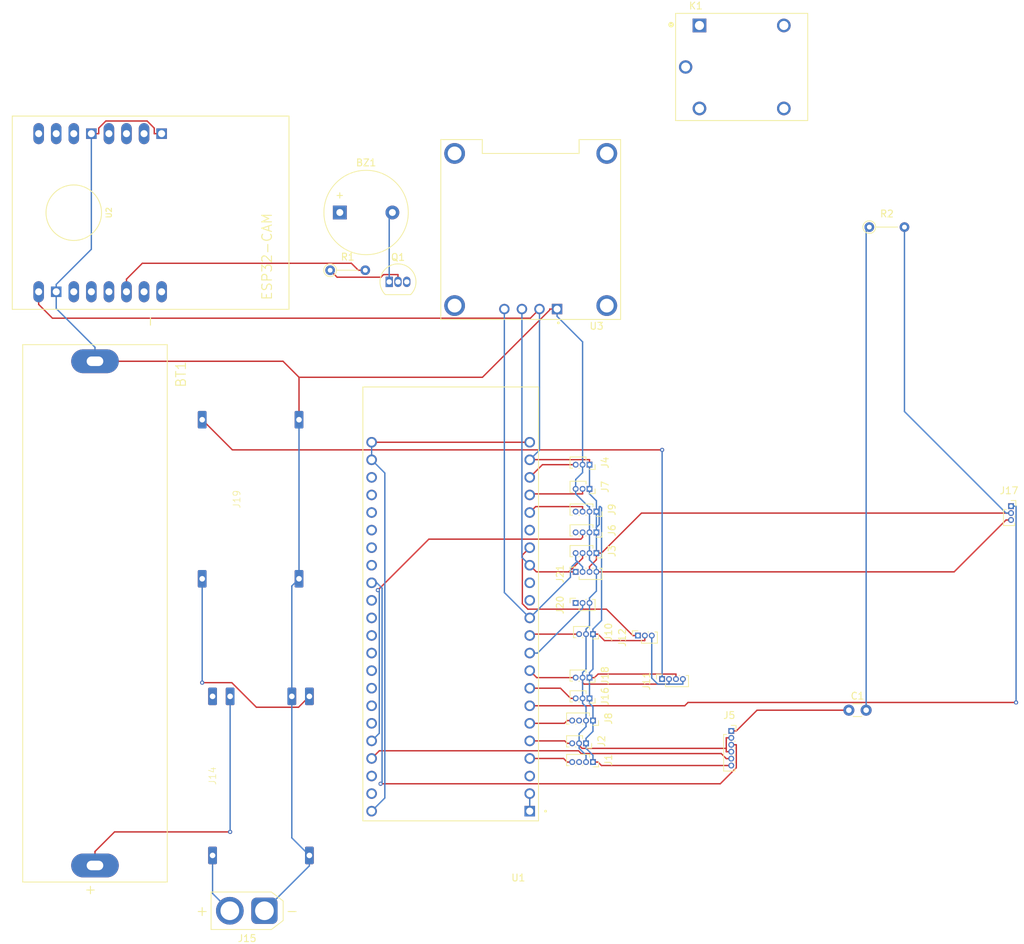
<source format=kicad_pcb>
(kicad_pcb (version 20241229) (generator "pcbnew") (generator_version "9.0")
  (layers (0 "F.Cu" signal) (2 "B.Cu" signal) (13 "F.Paste" user) (15 "B.Paste" user) (5 "F.SilkS" user "F.Silkscreen") (7 "B.SilkS" user "B.Silkscreen") (1 "F.Mask" user) (3 "B.Mask" user) (25 "Edge.Cuts" user))
  (net 0 "")
  (net 2 "Net-(U1-3V3-PadJ1_1)")
  (net 13 "Net-(U1-GND-PadJ1_22)")
  (net 33 "Net-(BZ1--)")
  (net 35 "Net-(Q1-B)")
  (net 36 "Net-(U2-GPIO14)")
  (net 41 "GND")
  (net 42 "Net-(J14-Pin_5)")
  (net 43 "Net-(J14-Pin_1)")
  (net 45 "Net-(J14-Pin_3)")
  (net 51 "MQA")
  (net 52 "5V")
  (net 53 "SA")
  (net 54 "SCLB")
  (net 55 "SDAB")
  (net 56 "IA")
  (net 57 "DD")
  (net 58 "SMA")
  (net 59 "RD")
  (net 60 "Net-(J5-Pin_1)")
  (net 61 "DS1")
  (net 62 "DS2")
  (net 63 "HD")
  (net 64 "WPD")
  (net 65 "Net-(J11-Pin_1)")
  (net 66 "SS1")
  (net 67 "LDR1")
  (net 68 "SS2")
  (net 69 "LDR2")
  (net 70 "csa")
  (net 72 "Net-(C1-Pad2)")
  (footprint "Connector_PinSocket_1.00mm:PinSocket_1x03_P1.00mm_Vertical" (layer "F.Cu") (at 119 115.5 90)
    (property "Reference" "J20" (at -0.29 -2.25 90) (layer "F.SilkS"))
    (property "Value" "Current Sensor 2")
    (pad "1" thru_hole rect (at 0 0 90) (size 0.85 0.85) (drill 0.5) (layers "*.Cu" "*.Mask"))
    (pad "2" thru_hole oval (at 0 1 90) (size 0.85 0.85) (drill 0.5) (layers "*.Cu" "*.Mask") (net 70 "csa"))
    (pad "3" thru_hole oval (at 0 2 90) (size 0.85 0.85) (drill 0.5) (layers "*.Cu" "*.Mask") (net 41 "GND"))
  )
  (footprint "Connector_PinSocket_1.00mm:PinSocket_1x03_P1.00mm_Vertical" (layer "F.Cu") (at 128 120.21 90)
    (property "Reference" "J12" (at -0.29 -2.25 90) (layer "F.SilkS"))
    (property "Value" "Servo")
    (pad "1" thru_hole rect (at 0 0 90) (size 0.85 0.85) (drill 0.5) (layers "*.Cu" "*.Mask") (net 66 "SS1"))
    (pad "2" thru_hole oval (at 0 1 90) (size 0.85 0.85) (drill 0.5) (layers "*.Cu" "*.Mask") (net 52 "5V"))
    (pad "3" thru_hole oval (at 0 2 90) (size 0.85 0.85) (drill 0.5) (layers "*.Cu" "*.Mask") (net 41 "GND"))
  )
  (footprint "Connector_PinSocket_1.00mm:PinSocket_1x04_P1.00mm_Vertical" (layer "F.Cu") (at 121.5 132.5 -90)
    (property "Reference" "J8" (at -0.29 -2.25 90) (layer "F.SilkS"))
    (property "Value" "Soil Moisture Sensor.")
    (pad "1" thru_hole rect (at 0 0 270) (size 0.85 0.85) (drill 0.5) (layers "*.Cu" "*.Mask") (net 52 "5V"))
    (pad "2" thru_hole oval (at 0 1 270) (size 0.85 0.85) (drill 0.5) (layers "*.Cu" "*.Mask") (net 41 "GND"))
    (pad "3" thru_hole oval (at 0 2 270) (size 0.85 0.85) (drill 0.5) (layers "*.Cu" "*.Mask"))
    (pad "4" thru_hole oval (at 0 3 270) (size 0.85 0.85) (drill 0.5) (layers "*.Cu" "*.Mask") (net 58 "SMA"))
  )
  (footprint "BH-18650-PC:TP4056" (layer "F.Cu") (at 73.5 140.5 90)
    (property "Reference" "J14" (at 0 -7 90) (layer "F.SilkS") (effects (font (thickness 0.1))))
    (property "Value" "TP4056")
    (pad "1" thru_hole roundrect (at -11.5 -7 90) (size 2.54 1.27) (drill 0.8) (layers "*.Cu" "*.Mask") (roundrect_rratio 0.15) (net 43 "Net-(J14-Pin_1)"))
    (pad "2" thru_hole roundrect (at -11.5 7 90) (size 2.54 1.27) (drill 0.8) (layers "*.Cu" "*.Mask") (roundrect_rratio 0.15) (net 41 "GND"))
    (pad "3" thru_hole roundrect (at 11.5 7 90) (size 2.54 1.27) (drill 0.8) (layers "*.Cu" "*.Mask") (roundrect_rratio 0.15) (net 45 "Net-(J14-Pin_3)"))
    (pad "4" thru_hole roundrect (at 11.5 -7 90) (size 2.54 1.27) (drill 0.8) (layers "*.Cu" "*.Mask") (roundrect_rratio 0.15))
    (pad "5" thru_hole roundrect (at 11.5 -4.46 90) (size 2.54 1.27) (drill 0.8) (layers "*.Cu" "*.Mask") (roundrect_rratio 0.15) (net 42 "Net-(J14-Pin_5)"))
    (pad "6" thru_hole roundrect (at 11.5 4.46 90) (size 2.54 1.27) (drill 0.8) (layers "*.Cu" "*.Mask") (roundrect_rratio 0.15) (net 41 "GND"))
  )
  (footprint "Connector_PinSocket_1.00mm:PinSocket_1x04_P1.00mm_Vertical" (layer "F.Cu") (at 122 102.29 -90)
    (property "Reference" "J9" (at -0.29 -2.25 90) (layer "F.SilkS"))
    (property "Value" "Rain Sensor")
    (pad "1" thru_hole rect (at 0 0 270) (size 0.85 0.85) (drill 0.5) (layers "*.Cu" "*.Mask") (net 52 "5V"))
    (pad "2" thru_hole oval (at 0 1 270) (size 0.85 0.85) (drill 0.5) (layers "*.Cu" "*.Mask") (net 41 "GND"))
    (pad "3" thru_hole oval (at 0 2 270) (size 0.85 0.85) (drill 0.5) (layers "*.Cu" "*.Mask") (net 59 "RD"))
    (pad "4" thru_hole oval (at 0 3 270) (size 0.85 0.85) (drill 0.5) (layers "*.Cu" "*.Mask"))
  )
  (footprint "Resistor_THT:R_Axial_DIN0204_L3.6mm_D1.6mm_P5.08mm_Vertical" (layer "F.Cu") (at 83.5 67.39)
    (property "Reference" "R1" (at 2.54 -1.92 0) (layer "F.SilkS"))
    (property "Value" "2k2")
    (pad "1" thru_hole circle (at 0 0) (size 1.4 1.4) (drill 0.7) (layers "*.Cu" "*.Mask") (net 35 "Net-(Q1-B)"))
    (pad "2" thru_hole oval (at 5.08 0) (size 1.4 1.4) (drill 0.7) (layers "*.Cu" "*.Mask") (net 36 "Net-(U2-GPIO14)"))
  )
  (footprint "Resistor_THT:R_Axial_DIN0204_L3.6mm_D1.6mm_P5.08mm_Vertical" (layer "F.Cu") (at 161.46 61.15)
    (property "Reference" "R2" (at 2.54 -1.92 0) (layer "F.SilkS"))
    (property "Value" "150")
    (pad "1" thru_hole circle (at 0 0) (size 1.4 1.4) (drill 0.7) (layers "*.Cu" "*.Mask") (net 72 "Net-(C1-Pad2)"))
    (pad "2" thru_hole oval (at 5.08 0) (size 1.4 1.4) (drill 0.7) (layers "*.Cu" "*.Mask") (net 52 "5V"))
  )
  (footprint "Buzzer_Beeper:Buzzer_12x9.5RM7.6" (layer "F.Cu") (at 84.9 59.04)
    (property "Reference" "BZ1" (at 3.8 -7.2 0) (layer "F.SilkS"))
    (property "Value" "Buzzer")
    (fp_text user "+" (at -0.01 -2.54 0) (layer "F.SilkS"))
    (pad "1" thru_hole rect (at 0 0) (size 2 2) (drill 1) (layers "*.Cu" "*.Mask"))
    (pad "2" thru_hole circle (at 7.6 0) (size 2 2) (drill 1) (layers "*.Cu" "*.Mask") (net 33 "Net-(BZ1--)"))
  )
  (footprint "ESP32-S3-DEVKITC-1-N8R2:XCVR_ESP32-S3-DEVKITC-1-N8R2" (layer "F.Cu") (at 100.93 115.63 180)
    (property "Reference" "U1" (at -9.775 -39.605 0) (layer "F.SilkS"))
    (property "Value" "ESP32-S3-DEVKITC-1-N8R2")
    (pad "J1_1" thru_hole rect (at -11.43 -29.97 180) (size 1.53 1.53) (drill 1.02) (layers "*.Cu" "*.Mask") (net 2 "Net-(U1-3V3-PadJ1_1)"))
    (pad "J1_2" thru_hole circle (at -11.43 -27.43 180) (size 1.53 1.53) (drill 1.02) (layers "*.Cu" "*.Mask") (net 2 "Net-(U1-3V3-PadJ1_1)"))
    (pad "J1_3" thru_hole circle (at -11.43 -24.89 180) (size 1.53 1.53) (drill 1.02) (layers "*.Cu" "*.Mask"))
    (pad "J1_4" thru_hole circle (at -11.43 -22.35 180) (size 1.53 1.53) (drill 1.02) (layers "*.Cu" "*.Mask") (net 51 "MQA"))
    (pad "J1_5" thru_hole circle (at -11.43 -19.81 180) (size 1.53 1.53) (drill 1.02) (layers "*.Cu" "*.Mask") (net 53 "SA"))
    (pad "J1_6" thru_hole circle (at -11.43 -17.27 180) (size 1.53 1.53) (drill 1.02) (layers "*.Cu" "*.Mask") (net 58 "SMA"))
    (pad "J1_7" thru_hole circle (at -11.43 -14.73 180) (size 1.53 1.53) (drill 1.02) (layers "*.Cu" "*.Mask") (net 68 "SS2"))
    (pad "J1_8" thru_hole circle (at -11.43 -12.19 180) (size 1.53 1.53) (drill 1.02) (layers "*.Cu" "*.Mask") (net 67 "LDR1"))
    (pad "J1_9" thru_hole circle (at -11.43 -9.65 180) (size 1.53 1.53) (drill 1.02) (layers "*.Cu" "*.Mask") (net 69 "LDR2"))
    (pad "J1_10" thru_hole circle (at -11.43 -7.11 180) (size 1.53 1.53) (drill 1.02) (layers "*.Cu" "*.Mask") (net 70 "csa"))
    (pad "J1_11" thru_hole circle (at -11.43 -4.57 180) (size 1.53 1.53) (drill 1.02) (layers "*.Cu" "*.Mask") (net 64 "WPD"))
    (pad "J1_12" thru_hole circle (at -11.43 -2.03 180) (size 1.53 1.53) (drill 1.02) (layers "*.Cu" "*.Mask") (net 55 "SDAB"))
    (pad "J1_13" thru_hole circle (at -11.43 0.51 180) (size 1.53 1.53) (drill 1.02) (layers "*.Cu" "*.Mask"))
    (pad "J1_14" thru_hole circle (at -11.43 3.05 180) (size 1.53 1.53) (drill 1.02) (layers "*.Cu" "*.Mask"))
    (pad "J1_15" thru_hole circle (at -11.43 5.59 180) (size 1.53 1.53) (drill 1.02) (layers "*.Cu" "*.Mask") (net 54 "SCLB"))
    (pad "J1_16" thru_hole circle (at -11.43 8.13 180) (size 1.53 1.53) (drill 1.02) (layers "*.Cu" "*.Mask") (net 66 "SS1"))
    (pad "J1_17" thru_hole circle (at -11.43 10.67 180) (size 1.53 1.53) (drill 1.02) (layers "*.Cu" "*.Mask"))
    (pad "J1_18" thru_hole circle (at -11.43 13.21 180) (size 1.53 1.53) (drill 1.02) (layers "*.Cu" "*.Mask") (net 59 "RD"))
    (pad "J1_19" thru_hole circle (at -11.43 15.75 180) (size 1.53 1.53) (drill 1.02) (layers "*.Cu" "*.Mask") (net 57 "DD"))
    (pad "J1_20" thru_hole circle (at -11.43 18.29 180) (size 1.53 1.53) (drill 1.02) (layers "*.Cu" "*.Mask") (net 56 "IA"))
    (pad "J1_21" thru_hole circle (at -11.43 20.83 180) (size 1.53 1.53) (drill 1.02) (layers "*.Cu" "*.Mask") (net 52 "5V"))
    (pad "J1_22" thru_hole circle (at -11.43 23.37 180) (size 1.53 1.53) (drill 1.02) (layers "*.Cu" "*.Mask") (net 13 "Net-(U1-GND-PadJ1_22)"))
    (pad "J3_1" thru_hole circle (at 11.43 -29.97 180) (size 1.53 1.53) (drill 1.02) (layers "*.Cu" "*.Mask") (net 13 "Net-(U1-GND-PadJ1_22)"))
    (pad "J3_2" thru_hole circle (at 11.43 -27.43 180) (size 1.53 1.53) (drill 1.02) (layers "*.Cu" "*.Mask"))
    (pad "J3_3" thru_hole circle (at 11.43 -24.89 180) (size 1.53 1.53) (drill 1.02) (layers "*.Cu" "*.Mask"))
    (pad "J3_4" thru_hole circle (at 11.43 -22.35 180) (size 1.53 1.53) (drill 1.02) (layers "*.Cu" "*.Mask") (net 61 "DS1"))
    (pad "J3_5" thru_hole circle (at 11.43 -19.81 180) (size 1.53 1.53) (drill 1.02) (layers "*.Cu" "*.Mask") (net 63 "HD"))
    (pad "J3_6" thru_hole circle (at 11.43 -17.27 180) (size 1.53 1.53) (drill 1.02) (layers "*.Cu" "*.Mask"))
    (pad "J3_7" thru_hole circle (at 11.43 -14.73 180) (size 1.53 1.53) (drill 1.02) (layers "*.Cu" "*.Mask"))
    (pad "J3_8" thru_hole circle (at 11.43 -12.19 180) (size 1.53 1.53) (drill 1.02) (layers "*.Cu" "*.Mask"))
    (pad "J3_9" thru_hole circle (at 11.43 -9.65 180) (size 1.53 1.53) (drill 1.02) (layers "*.Cu" "*.Mask"))
    (pad "J3_10" thru_hole circle (at 11.43 -7.11 180) (size 1.53 1.53) (drill 1.02) (layers "*.Cu" "*.Mask"))
    (pad "J3_11" thru_hole circle (at 11.43 -4.57 180) (size 1.53 1.53) (drill 1.02) (layers "*.Cu" "*.Mask"))
    (pad "J3_12" thru_hole circle (at 11.43 -2.03 180) (size 1.53 1.53) (drill 1.02) (layers "*.Cu" "*.Mask"))
    (pad "J3_13" thru_hole circle (at 11.43 0.51 180) (size 1.53 1.53) (drill 1.02) (layers "*.Cu" "*.Mask"))
    (pad "J3_14" thru_hole circle (at 11.43 3.05 180) (size 1.53 1.53) (drill 1.02) (layers "*.Cu" "*.Mask") (net 62 "DS2"))
    (pad "J3_15" thru_hole circle (at 11.43 5.59 180) (size 1.53 1.53) (drill 1.02) (layers "*.Cu" "*.Mask"))
    (pad "J3_16" thru_hole circle (at 11.43 8.13 180) (size 1.53 1.53) (drill 1.02) (layers "*.Cu" "*.Mask"))
    (pad "J3_17" thru_hole circle (at 11.43 10.67 180) (size 1.53 1.53) (drill 1.02) (layers "*.Cu" "*.Mask"))
    (pad "J3_18" thru_hole circle (at 11.43 13.21 180) (size 1.53 1.53) (drill 1.02) (layers "*.Cu" "*.Mask"))
    (pad "J3_19" thru_hole circle (at 11.43 15.75 180) (size 1.53 1.53) (drill 1.02) (layers "*.Cu" "*.Mask"))
    (pad "J3_20" thru_hole circle (at 11.43 18.29 180) (size 1.53 1.53) (drill 1.02) (layers "*.Cu" "*.Mask"))
    (pad "J3_21" thru_hole circle (at 11.43 20.83 180) (size 1.53 1.53) (drill 1.02) (layers "*.Cu" "*.Mask") (net 13 "Net-(U1-GND-PadJ1_22)"))
    (pad "J3_22" thru_hole circle (at 11.43 23.37 180) (size 1.53 1.53) (drill 1.02) (layers "*.Cu" "*.Mask") (net 13 "Net-(U1-GND-PadJ1_22)"))
  )
  (footprint "Connector_PinSocket_1.00mm:PinSocket_1x04_P1.00mm_Vertical" (layer "F.Cu") (at 122 105.29 -90)
    (property "Reference" "J6" (at -0.29 -2.25 90) (layer "F.SilkS"))
    (property "Value" "Hall Sensor")
    (pad "1" thru_hole rect (at 0 0 270) (size 0.85 0.85) (drill 0.5) (layers "*.Cu" "*.Mask") (net 52 "5V"))
    (pad "2" thru_hole oval (at 0 1 270) (size 0.85 0.85) (drill 0.5) (layers "*.Cu" "*.Mask") (net 41 "GND"))
    (pad "3" thru_hole oval (at 0 2 270) (size 0.85 0.85) (drill 0.5) (layers "*.Cu" "*.Mask") (net 63 "HD"))
    (pad "4" thru_hole oval (at 0 3 270) (size 0.85 0.85) (drill 0.5) (layers "*.Cu" "*.Mask"))
  )
  (footprint "Connector_PinSocket_1.00mm:PinSocket_1x06_P1.00mm_Vertical" (layer "F.Cu") (at 141.5 134)
    (property "Reference" "J5" (at -0.29 -2.25 0) (layer "F.SilkS"))
    (property "Value" "Dust Sensor")
    (pad "1" thru_hole rect (at 0 0) (size 0.85 0.85) (drill 0.5) (layers "*.Cu" "*.Mask") (net 60 "Net-(J5-Pin_1)"))
    (pad "2" thru_hole oval (at 0 1) (size 0.85 0.85) (drill 0.5) (layers "*.Cu" "*.Mask") (net 41 "GND"))
    (pad "3" thru_hole oval (at 0 2) (size 0.85 0.85) (drill 0.5) (layers "*.Cu" "*.Mask") (net 62 "DS2"))
    (pad "4" thru_hole oval (at 0 3) (size 0.85 0.85) (drill 0.5) (layers "*.Cu" "*.Mask") (net 41 "GND"))
    (pad "5" thru_hole oval (at 0 4) (size 0.85 0.85) (drill 0.5) (layers "*.Cu" "*.Mask") (net 61 "DS1"))
    (pad "6" thru_hole oval (at 0 5) (size 0.85 0.85) (drill 0.5) (layers "*.Cu" "*.Mask") (net 52 "5V"))
  )
  (footprint "Connector_PinSocket_1.00mm:PinSocket_1x04_P1.00mm_Vertical" (layer "F.Cu") (at 131.5 126.5 90)
    (property "Reference" "J11" (at -0.29 -2.25 90) (layer "F.SilkS"))
    (property "Value" "Current Sensor")
    (pad "1" thru_hole rect (at 0 0 90) (size 0.85 0.85) (drill 0.5) (layers "*.Cu" "*.Mask") (net 65 "Net-(J11-Pin_1)"))
    (pad "2" thru_hole oval (at 0 1 90) (size 0.85 0.85) (drill 0.5) (layers "*.Cu" "*.Mask") (net 41 "GND"))
    (pad "3" thru_hole oval (at 0 2 90) (size 0.85 0.85) (drill 0.5) (layers "*.Cu" "*.Mask") (net 52 "5V"))
    (pad "4" thru_hole oval (at 0 3 90) (size 0.85 0.85) (drill 0.5) (layers "*.Cu" "*.Mask") (net 41 "GND"))
  )
  (footprint "ESP32-CAM:ESP32-CAM" (layer "F.Cu") (at 51.515 59.07 -90)
    (property "Reference" "U2" (at 0 0 90) (layer "F.SilkS") (effects (font (size 0.787402 0.787402))))
    (property "Value" "ESP32-CAM")
    (fp_text user "ESP32-CAM" (at 6.35 -22.86 90) (layer "F.SilkS") (effects (font (size 1.4 1.4))))
    (pad "P$1" thru_hole rect (at -11.43 -7.62 270) (size 1.524 1.524) (drill 1.016) (layers "*.Cu" "*.Mask") (net 41 "GND"))
    (pad "P$2" thru_hole oval (at -11.43 -5.08 270) (size 3.048 1.524) (drill 1.016) (layers "*.Cu" "*.Mask"))
    (pad "P$3" thru_hole oval (at -11.43 -2.54 270) (size 3.048 1.524) (drill 1.016) (layers "*.Cu" "*.Mask"))
    (pad "P$4" thru_hole oval (at -11.43 0 270) (size 3.048 1.524) (drill 1.016) (layers "*.Cu" "*.Mask"))
    (pad "P$5" thru_hole rect (at -11.43 2.54 270) (size 1.524 1.524) (drill 1.016) (layers "*.Cu" "*.Mask") (net 41 "GND"))
    (pad "P$6" thru_hole oval (at -11.43 5.08 270) (size 3.048 1.524) (drill 1.016) (layers "*.Cu" "*.Mask"))
    (pad "P$7" thru_hole oval (at -11.43 7.62 270) (size 3.048 1.524) (drill 1.016) (layers "*.Cu" "*.Mask"))
    (pad "P$8" thru_hole oval (at -11.43 10.16 270) (size 3.048 1.524) (drill 1.016) (layers "*.Cu" "*.Mask"))
    (pad "P$9" thru_hole oval (at 11.43 10.16 270) (size 3.048 1.524) (drill 1.016) (layers "*.Cu" "*.Mask") (net 52 "5V"))
    (pad "P$10" thru_hole rect (at 11.43 7.62 270) (size 1.524 1.524) (drill 1.016) (layers "*.Cu" "*.Mask") (net 41 "GND"))
    (pad "P$11" thru_hole oval (at 11.43 5.08 270) (size 3.048 1.524) (drill 1.016) (layers "*.Cu" "*.Mask"))
    (pad "P$12" thru_hole oval (at 11.43 2.54 270) (size 3.048 1.524) (drill 1.016) (layers "*.Cu" "*.Mask"))
    (pad "P$13" thru_hole oval (at 11.43 0 270) (size 3.048 1.524) (drill 1.016) (layers "*.Cu" "*.Mask"))
    (pad "P$14" thru_hole oval (at 11.43 -2.54 270) (size 3.048 1.524) (drill 1.016) (layers "*.Cu" "*.Mask") (net 36 "Net-(U2-GPIO14)"))
    (pad "P$15" thru_hole oval (at 11.43 -5.08 270) (size 3.048 1.524) (drill 1.016) (layers "*.Cu" "*.Mask"))
    (pad "P$16" thru_hole oval (at 11.43 -7.62 270) (size 3.048 1.524) (drill 1.016) (layers "*.Cu" "*.Mask"))
  )
  (footprint "Connector_PinSocket_1.00mm:PinSocket_1x03_P1.00mm_Vertical" (layer "F.Cu") (at 181.95 101.5)
    (property "Reference" "J17" (at -0.29 -2.25 0) (layer "F.SilkS"))
    (property "Value" "Servo")
    (pad "1" thru_hole rect (at 0 0) (size 0.85 0.85) (drill 0.5) (layers "*.Cu" "*.Mask") (net 68 "SS2"))
    (pad "2" thru_hole oval (at 0 1) (size 0.85 0.85) (drill 0.5) (layers "*.Cu" "*.Mask") (net 52 "5V"))
    (pad "3" thru_hole oval (at 0 2) (size 0.85 0.85) (drill 0.5) (layers "*.Cu" "*.Mask") (net 41 "GND"))
  )
  (footprint "SRD-05VDC-SL-C:RELAY_SRD-05VDC-SL-C" (layer "F.Cu") (at 143 38)
    (property "Reference" "K1" (at -6.62563 -8.83584 0) (layer "F.SilkS") (effects (font (size 1.000094 1.000094))))
    (property "Value" "Relay")
    (pad "A1" thru_hole rect (at -6.1 -6) (size 1.98 1.98) (drill 1.32) (layers "*.Cu" "*.Mask"))
    (pad "A2" thru_hole circle (at -6.1 6) (size 1.98 1.98) (drill 1.32) (layers "*.Cu" "*.Mask"))
    (pad "COM" thru_hole circle (at -8.1 0) (size 1.935 1.935) (drill 1.29) (layers "*.Cu" "*.Mask"))
    (pad "NC" thru_hole circle (at 6.1 -6) (size 1.98 1.98) (drill 1.32) (layers "*.Cu" "*.Mask"))
    (pad "NO" thru_hole circle (at 6.1 6) (size 1.98 1.98) (drill 1.32) (layers "*.Cu" "*.Mask"))
  )
  (footprint "Connector_PinSocket_1.00mm:PinSocket_1x03_P1.00mm_Vertical" (layer "F.Cu") (at 121 126.29 -90)
    (property "Reference" "J18" (at -0.29 -2.25 90) (layer "F.SilkS"))
    (property "Value" "LDR")
    (pad "1" thru_hole rect (at 0 0 270) (size 0.85 0.85) (drill 0.5) (layers "*.Cu" "*.Mask") (net 52 "5V"))
    (pad "2" thru_hole oval (at 0 1 270) (size 0.85 0.85) (drill 0.5) (layers "*.Cu" "*.Mask") (net 41 "GND"))
    (pad "3" thru_hole oval (at 0 2 270) (size 0.85 0.85) (drill 0.5) (layers "*.Cu" "*.Mask") (net 69 "LDR2"))
  )
  (footprint "BH-18650-PC:Buck" (layer "F.Cu") (at 70.5 100.5 90)
    (property "Reference" "J19" (at 0 -0.5 90) (layer "F.SilkS") (effects (font (thickness 0.1))))
    (property "Value" "Buck")
    (pad "1" thru_hole roundrect (at -11.5 -5.5 90) (size 2.54 1.27) (drill 0.8) (layers "*.Cu" "*.Mask") (roundrect_rratio 0.15) (net 45 "Net-(J14-Pin_3)"))
    (pad "2" thru_hole roundrect (at -11.5 8.5 90) (size 2.54 1.27) (drill 0.8) (layers "*.Cu" "*.Mask") (roundrect_rratio 0.15) (net 41 "GND"))
    (pad "3" thru_hole roundrect (at 11.5 8.5 90) (size 2.54 1.27) (drill 0.8) (layers "*.Cu" "*.Mask") (roundrect_rratio 0.15) (net 41 "GND"))
    (pad "4" thru_hole roundrect (at 11.5 -5.5 90) (size 2.54 1.27) (drill 0.8) (layers "*.Cu" "*.Mask") (roundrect_rratio 0.15) (net 65 "Net-(J11-Pin_1)"))
  )
  (footprint "Connector_PinSocket_1.00mm:PinSocket_1x03_P1.00mm_Vertical" (layer "F.Cu") (at 120.5 135.79 -90)
    (property "Reference" "J2" (at -0.29 -2.25 90) (layer "F.SilkS"))
    (property "Value" "Sound Sensor")
    (pad "1" thru_hole rect (at 0 0 270) (size 0.85 0.85) (drill 0.5) (layers "*.Cu" "*.Mask") (net 52 "5V"))
    (pad "2" thru_hole oval (at 0 1 270) (size 0.85 0.85) (drill 0.5) (layers "*.Cu" "*.Mask") (net 41 "GND"))
    (pad "3" thru_hole oval (at 0 2 270) (size 0.85 0.85) (drill 0.5) (layers "*.Cu" "*.Mask") (net 53 "SA"))
  )
  (footprint "Connector_PinSocket_1.00mm:PinSocket_1x03_P1.00mm_Vertical" (layer "F.Cu") (at 121 99 -90)
    (property "Reference" "J7" (at -0.29 -2.25 90) (layer "F.SilkS"))
    (property "Value" "DHT11")
    (pad "1" thru_hole rect (at 0 0 270) (size 0.85 0.85) (drill 0.5) (layers "*.Cu" "*.Mask") (net 52 "5V"))
    (pad "2" thru_hole oval (at 0 1 270) (size 0.85 0.85) (drill 0.5) (layers "*.Cu" "*.Mask") (net 57 "DD"))
    (pad "3" thru_hole oval (at 0 2 270) (size 0.85 0.85) (drill 0.5) (layers "*.Cu" "*.Mask") (net 41 "GND"))
  )
  (footprint "Connector_PinSocket_1.00mm:PinSocket_1x03_P1.00mm_Vertical" (layer "F.Cu") (at 121 129.29 -90)
    (property "Reference" "J16" (at -0.29 -2.25 90) (layer "F.SilkS"))
    (property "Value" "LDR")
    (pad "1" thru_hole rect (at 0 0 270) (size 0.85 0.85) (drill 0.5) (layers "*.Cu" "*.Mask") (net 52 "5V"))
    (pad "2" thru_hole oval (at 0 1 270) (size 0.85 0.85) (drill 0.5) (layers "*.Cu" "*.Mask") (net 41 "GND"))
    (pad "3" thru_hole oval (at 0 2 270) (size 0.85 0.85) (drill 0.5) (layers "*.Cu" "*.Mask") (net 67 "LDR1"))
  )
  (footprint "BH-18650-PC:BAT_BH-18650-PC" (layer "F.Cu") (at 49.5 117 -90)
    (property "Reference" "BT1" (at -34.555 -12.429 90) (layer "F.SilkS") (effects (font (size 1.4 1.4))))
    (property "Value" "3.7 Lipo")
    (fp_text user "+" (at 40.005 0.762 90) (layer "F.SilkS") (effects (font (size 1.4 1.4))))
    (fp_text user "-" (at -42.205 -7.9125 90) (layer "F.SilkS") (effects (font (size 1.4 1.4))))
    (pad "" np_thru_hole circle (at -28.17 0 270) (size 3.2 3.2) (drill 3.2) (layers "*.Cu" "*.Mask"))
    (pad "" np_thru_hole circle (at 27.44 0 270) (size 3.2 3.2) (drill 3.2) (layers "*.Cu" "*.Mask"))
    (pad "N" thru_hole oval (at -36.45 0 270) (size 3.44 6.88) (drill oval 1.38 2.4) (layers "*.Cu" "*.Mask") (net 41 "GND"))
    (pad "P" thru_hole oval (at 36.45 0 270) (size 3.44 6.88) (drill oval 1.38 2.4) (layers "*.Cu" "*.Mask") (net 42 "Net-(J14-Pin_5)"))
  )
  (footprint "Capacitor_THT:C_Disc_D3.0mm_W1.6mm_P2.50mm" (layer "F.Cu") (at 158.5 131)
    (property "Reference" "C1" (at 1.25 -2.05 0) (layer "F.SilkS"))
    (property "Value" "C")
    (pad "1" thru_hole circle (at 0 0) (size 1.6 1.6) (drill 0.8) (layers "*.Cu" "*.Mask") (net 60 "Net-(J5-Pin_1)"))
    (pad "2" thru_hole circle (at 2.5 0) (size 1.6 1.6) (drill 0.8) (layers "*.Cu" "*.Mask") (net 72 "Net-(C1-Pad2)"))
  )
  (footprint "Connector_PinSocket_1.00mm:PinSocket_1x03_P1.00mm_Vertical" (layer "F.Cu") (at 121.5 120 -90)
    (property "Reference" "J10" (at -0.29 -2.25 90) (layer "F.SilkS"))
    (property "Value" "Water Pump")
    (pad "1" thru_hole rect (at 0 0 270) (size 0.85 0.85) (drill 0.5) (layers "*.Cu" "*.Mask") (net 52 "5V"))
    (pad "2" thru_hole oval (at 0 1 270) (size 0.85 0.85) (drill 0.5) (layers "*.Cu" "*.Mask") (net 41 "GND"))
    (pad "3" thru_hole oval (at 0 2 270) (size 0.85 0.85) (drill 0.5) (layers "*.Cu" "*.Mask") (net 64 "WPD"))
  )
  (footprint "Connector_PinSocket_1.00mm:PinSocket_1x04_P1.00mm_Vertical" (layer "F.Cu") (at 122 108.29 -90)
    (property "Reference" "J3" (at -0.29 -2.25 90) (layer "F.SilkS"))
    (property "Value" "BME280")
    (pad "1" thru_hole rect (at 0 0 270) (size 0.85 0.85) (drill 0.5) (layers "*.Cu" "*.Mask") (net 52 "5V"))
    (pad "2" thru_hole oval (at 0 1 270) (size 0.85 0.85) (drill 0.5) (layers "*.Cu" "*.Mask") (net 41 "GND"))
    (pad "3" thru_hole oval (at 0 2 270) (size 0.85 0.85) (drill 0.5) (layers "*.Cu" "*.Mask") (net 54 "SCLB"))
    (pad "4" thru_hole oval (at 0 3 270) (size 0.85 0.85) (drill 0.5) (layers "*.Cu" "*.Mask") (net 55 "SDAB"))
  )
  (footprint "Connector_PinSocket_1.00mm:PinSocket_1x04_P1.00mm_Vertical" (layer "F.Cu") (at 119 111 90)
    (property "Reference" "J21" (at -0.29 -2.25 90) (layer "F.SilkS"))
    (property "Value" "RTC")
    (pad "1" thru_hole rect (at 0 0 90) (size 0.85 0.85) (drill 0.5) (layers "*.Cu" "*.Mask") (net 54 "SCLB"))
    (pad "2" thru_hole oval (at 0 1 90) (size 0.85 0.85) (drill 0.5) (layers "*.Cu" "*.Mask") (net 55 "SDAB"))
    (pad "3" thru_hole oval (at 0 2 90) (size 0.85 0.85) (drill 0.5) (layers "*.Cu" "*.Mask") (net 52 "5V"))
    (pad "4" thru_hole oval (at 0 3 90) (size 0.85 0.85) (drill 0.5) (layers "*.Cu" "*.Mask") (net 41 "GND"))
  )
  (footprint "Package_TO_SOT_THT:TO-92_Inline" (layer "F.Cu") (at 92.04 69.07)
    (property "Reference" "Q1" (at 1.27 -3.56 0) (layer "F.SilkS"))
    (property "Value" "BC547")
    (pad "1" thru_hole rect (at 0 0) (size 1.05 1.5) (drill 0.75) (layers "*.Cu" "*.Mask") (net 33 "Net-(BZ1--)"))
    (pad "2" thru_hole oval (at 1.27 0) (size 1.05 1.5) (drill 0.75) (layers "*.Cu" "*.Mask") (net 35 "Net-(Q1-B)"))
    (pad "3" thru_hole oval (at 2.54 0) (size 1.05 1.5) (drill 0.75) (layers "*.Cu" "*.Mask"))
  )
  (footprint "DM-OLED096-636:MODULE_DM-OLED096-636" (layer "F.Cu") (at 112.5 61.5 180)
    (property "Reference" "U3" (at -9.525 -13.97 0) (layer "F.SilkS"))
    (property "Value" "DM-OLED096-636")
    (pad "1" thru_hole rect (at -3.81 -11.5 180) (size 1.508 1.508) (drill 1) (layers "*.Cu" "*.Mask") (net 41 "GND"))
    (pad "2" thru_hole circle (at -1.27 -11.5 180) (size 1.508 1.508) (drill 1) (layers "*.Cu" "*.Mask") (net 52 "5V"))
    (pad "3" thru_hole circle (at 1.27 -11.5 180) (size 1.508 1.508) (drill 1) (layers "*.Cu" "*.Mask") (net 54 "SCLB"))
    (pad "4" thru_hole circle (at 3.81 -11.5 180) (size 1.508 1.508) (drill 1) (layers "*.Cu" "*.Mask") (net 55 "SDAB"))
    (pad "S1" thru_hole circle (at -11 -11 180) (size 3 3) (drill 2) (layers "*.Cu" "*.Mask"))
    (pad "S2" thru_hole circle (at 11 -11 180) (size 3 3) (drill 2) (layers "*.Cu" "*.Mask"))
    (pad "S3" thru_hole circle (at 11 11 180) (size 3 3) (drill 2) (layers "*.Cu" "*.Mask"))
    (pad "S4" thru_hole circle (at -11 11 180) (size 3 3) (drill 2) (layers "*.Cu" "*.Mask"))
  )
  (footprint "Connector_PinSocket_1.00mm:PinSocket_1x04_P1.00mm_Vertical" (layer "F.Cu") (at 121.5 138.5 -90)
    (property "Reference" "J1" (at -0.29 -2.25 90) (layer "F.SilkS"))
    (property "Value" "MQ135")
    (pad "1" thru_hole rect (at 0 0 270) (size 0.85 0.85) (drill 0.5) (layers "*.Cu" "*.Mask") (net 52 "5V"))
    (pad "2" thru_hole oval (at 0 1 270) (size 0.85 0.85) (drill 0.5) (layers "*.Cu" "*.Mask") (net 41 "GND"))
    (pad "3" thru_hole oval (at 0 2 270) (size 0.85 0.85) (drill 0.5) (layers "*.Cu" "*.Mask"))
    (pad "4" thru_hole oval (at 0 3 270) (size 0.85 0.85) (drill 0.5) (layers "*.Cu" "*.Mask") (net 51 "MQA"))
  )
  (footprint "Connector_AMASS:AMASS_XT30U-F_1x02_P5.0mm_Vertical" (layer "F.Cu") (at 74 160 180)
    (property "Reference" "J15" (at 2.5 -4 0) (layer "F.SilkS"))
    (property "Value" "Solar cell")
    (fp_text user "-" (at -4 0 0) (layer "F.SilkS") (effects (font (size 1.5 1.5))))
    (fp_text user "+" (at 9 0 0) (layer "F.SilkS") (effects (font (size 1.5 1.5))))
    (pad "1" thru_hole roundrect (at 0 0 180) (size 3.8 3.8) (drill 2.7) (layers "*.Cu" "*.Mask") (roundrect_rratio 0.2) (net 41 "GND"))
    (pad "2" thru_hole circle (at 5 0 180) (size 4 4) (drill 2.7) (layers "*.Cu" "*.Mask") (net 43 "Net-(J14-Pin_1)"))
  )
  (footprint "Connector_PinSocket_1.00mm:PinSocket_1x03_P1.00mm_Vertical" (layer "F.Cu") (at 121 95.5 -90)
    (property "Reference" "J4" (at -0.29 -2.25 90) (layer "F.SilkS"))
    (property "Value" "IR Sensor")
    (pad "1" thru_hole rect (at 0 0 270) (size 0.85 0.85) (drill 0.5) (layers "*.Cu" "*.Mask") (net 52 "5V"))
    (pad "2" thru_hole oval (at 0 1 270) (size 0.85 0.85) (drill 0.5) (layers "*.Cu" "*.Mask") (net 41 "GND"))
    (pad "3" thru_hole oval (at 0 2 270) (size 0.85 0.85) (drill 0.5) (layers "*.Cu" "*.Mask") (net 56 "IA"))
  )
  (segment (start 112.36 143.06) (end 112.36 145.6) (width 0.2) (layer "B.Cu") (net 2))
  (segment (start 89.5 92.26) (end 112.36 92.26) (width 0.2) (layer "F.Cu") (net 13))
  (segment (start 89.5 145.6) (end 91.4095 143.6905) (width 0.2) (layer "B.Cu") (net 13))
  (segment (start 89.5 92.26) (end 89.5 94.8) (width 0.2) (layer "B.Cu") (net 13))
  (segment (start 91.4095 143.6905) (end 91.4095 96.7095) (width 0.2) (layer "B.Cu") (net 13))
  (segment (start 91.4095 96.7095) (end 89.5 94.8) (width 0.2) (layer "B.Cu") (net 13))
  (segment (start 92.04 59.5) (end 92.5 59.04) (width 0.2) (layer "B.Cu") (net 33))
  (segment (start 92.04 69.07) (end 92.04 59.5) (width 0.2) (layer "B.Cu") (net 33))
  (segment (start 93.31 68.0183) (end 91.2163 68.0183) (width 0.2) (layer "F.Cu") (net 35))
  (segment (start 84.5026 68.3926) (end 83.5 67.39) (width 0.2) (layer "F.Cu") (net 35))
  (segment (start 90.842 68.3926) (end 84.5026 68.3926) (width 0.2) (layer "F.Cu") (net 35))
  (segment (start 93.31 69.07) (end 93.31 68.0183) (width 0.2) (layer "F.Cu") (net 35))
  (segment (start 91.2163 68.0183) (end 90.842 68.3926) (width 0.2) (layer "F.Cu") (net 35))
  (segment (start 56.3461 66.3832) (end 86.5715 66.3832) (width 0.2) (layer "F.Cu") (net 36))
  (segment (start 86.5715 66.3832) (end 87.5783 67.39) (width 0.2) (layer "F.Cu") (net 36))
  (segment (start 54.055 68.6743) (end 56.3461 66.3832) (width 0.2) (layer "F.Cu") (net 36))
  (segment (start 88.58 67.39) (end 87.5783 67.39) (width 0.2) (layer "F.Cu") (net 36))
  (segment (start 54.055 70.5) (end 54.055 68.6743) (width 0.2) (layer "F.Cu") (net 36))
  (segment (start 57.0401 45.811) (end 58.0713 46.8422) (width 0.2) (layer "F.Cu") (net 41))
  (segment (start 140.7733 136.5185) (end 140.7733 135) (width 0.2) (layer "F.Cu") (net 41))
  (segment (start 119.9257 136.5185) (end 119.5 136.0928) (width 0.2) (layer "F.Cu") (net 41))
  (segment (start 76.6853 80.55) (end 79 82.8647) (width 0.2) (layer "F.Cu") (net 41))
  (segment (start 49.5 80.55) (end 76.6853 80.55) (width 0.2) (layer "F.Cu") (net 41))
  (segment (start 120.21 127.2267) (end 120 127.0167) (width 0.2) (layer "F.Cu") (net 41))
  (segment (start 105.5216 82.8647) (end 115.2543 73.132) (width 0.2) (layer "F.Cu") (net 41))
  (segment (start 116.31 73) (end 115.2543 73) (width 0.2) (layer "F.Cu") (net 41))
  (segment (start 140.7733 137) (end 140.7733 136.5185) (width 0.2) (layer "F.Cu") (net 41))
  (segment (start 181.95 103.5) (end 181.2233 103.5) (width 0.2) (layer "F.Cu") (net 41))
  (segment (start 119.5 136.0928) (end 119.5 135.79) (width 0.2) (layer "F.Cu") (net 41))
  (segment (start 59.135 47.64) (end 58.0713 47.64) (width 0.2) (layer "F.Cu") (net 41))
  (segment (start 79 82.8647) (end 105.5216 82.8647) (width 0.2) (layer "F.Cu") (net 41))
  (segment (start 79 82.8647) (end 79 89) (width 0.2) (layer "F.Cu") (net 41))
  (segment (start 141.5 137) (end 140.7733 137) (width 0.2) (layer "F.Cu") (net 41))
  (segment (start 141.5 135) (end 140.7733 135) (width 0.2) (layer "F.Cu") (net 41))
  (segment (start 173.7233 111) (end 181.2233 103.5) (width 0.2) (layer "F.Cu") (net 41))
  (segment (start 51.0699 45.811) (end 57.0401 45.811) (width 0.2) (layer "F.Cu") (net 41))
  (segment (start 122 111) (end 173.7233 111) (width 0.2) (layer "F.Cu") (net 41))
  (segment (start 50.0387 47.64) (end 50.0387 46.8422) (width 0.2) (layer "F.Cu") (net 41))
  (segment (start 132.5 127.2267) (end 120.21 127.2267) (width 0.2) (layer "F.Cu") (net 41))
  (segment (start 58.0713 46.8422) (end 58.0713 47.64) (width 0.2) (layer "F.Cu") (net 41))
  (segment (start 48.975 47.64) (end 50.0387 47.64) (width 0.2) (layer "F.Cu") (net 41))
  (segment (start 140.7733 136.5185) (end 119.9257 136.5185) (width 0.2) (layer "F.Cu") (net 41))
  (segment (start 50.0387 46.8422) (end 51.0699 45.811) (width 0.2) (layer "F.Cu") (net 41))
  (segment (start 120 126.29) (end 120 127.0167) (width 0.2) (layer "F.Cu") (net 41))
  (segment (start 132.5 126.5) (end 132.5 127.2267) (width 0.2) (layer "F.Cu") (net 41))
  (segment (start 115.2543 73.132) (end 115.2543 73) (width 0.2) (layer "F.Cu") (net 41))
  (segment (start 121 108.29) (end 121 105.29) (width 0.2) (layer "B.Cu") (net 41))
  (segment (start 116.31 73) (end 116.31 74.0557) (width 0.2) (layer "B.Cu") (net 41))
  (segment (start 120 130.0167) (end 120.5 130.5167) (width 0.2) (layer "B.Cu") (net 41))
  (segment (start 77.96 113.04) (end 77.96 129) (width 0.2) (layer "B.Cu") (net 41))
  (segment (start 43.895 72.9233) (end 43.895 70.5) (width 0.2) (layer "B.Cu") (net 41))
  (segment (start 74 160) (end 80.5 153.5) (width 0.2) (layer "B.Cu") (net 41))
  (segment (start 79 112) (end 77.96 113.04) (width 0.2) (layer "B.Cu") (net 41))
  (segment (start 49.5 80.55) (end 49.5 78.5283) (width 0.2) (layer "B.Cu") (net 41))
  (segment (start 130 126.3599) (end 130 120.21) (width 0.2) (layer "B.Cu") (net 41))
  (segment (start 116.31 74.0557) (end 120 77.7457) (width 0.2) (layer "B.Cu") (net 41))
  (segment (start 120 129.29) (end 120 130.0167) (width 0.2) (layer "B.Cu") (net 41))
  (segment (start 119.5 135.79) (end 119.5 136.5167) (width 0.2) (layer "B.Cu") (net 41))
  (segment (start 130.8668 127.2267) (end 130 126.3599) (width 0.2) (layer "B.Cu") (net 41))
  (segment (start 122 110.8712) (end 122 110.2733) (width 0.2) (layer "B.Cu") (net 41))
  (segment (start 77.96 149.46) (end 80.5 152) (width 0.2) (layer "B.Cu") (net 41))
  (segment (start 120.5 138.5) (end 120.5 137.5167) (width 0.2) (layer "B.Cu") (net 41))
  (segment (start 121 105.29) (end 121 102.29) (width 0.2) (layer "B.Cu") (net 41))
  (segment (start 132.5 127.1258) (end 132.5 127.2252) (width 0.2) (layer "B.Cu") (net 41))
  (segment (start 43.895 69.4363) (end 48.975 64.3563) (width 0.2) (layer "B.Cu") (net 41))
  (segment (start 120.8366 101.5633) (end 121 101.5633) (width 0.2) (layer "B.Cu") (net 41))
  (segment (start 120.5 130.5167) (end 120.5 132.5) (width 0.2) (layer "B.Cu") (net 41))
  (segment (start 77.96 129) (end 77.96 149.46) (width 0.2) (layer "B.Cu") (net 41))
  (segment (start 80.5 153.5) (end 80.5 152) (width 0.2) (layer "B.Cu") (net 41))
  (segment (start 119 99.7267) (end 120.8366 101.5633) (width 0.2) (layer "B.Cu") (net 41))
  (segment (start 120 129.29) (end 120 126.29) (width 0.2) (layer "B.Cu") (net 41))
  (segment (start 120.5 132.5) (end 120.5 133.3854) (width 0.2) (layer "B.Cu") (net 41))
  (segment (start 120 96.6464) (end 119 97.6464) (width 0.2) (layer "B.Cu") (net 41))
  (segment (start 48.975 64.3563) (end 48.975 47.64) (width 0.2) (layer "B.Cu") (net 41))
  (segment (start 132.5 127.2252) (end 132.4985 127.2267) (width 0.2) (layer "B.Cu") (net 41))
  (segment (start 43.895 70.5) (end 43.895 69.4363) (width 0.2) (layer "B.Cu") (net 41))
  (segment (start 120 77.7457) (end 120 95.5) (width 0.2) (layer "B.Cu") (net 41))
  (segment (start 119 99) (end 119 99.7267) (width 0.2) (layer "B.Cu") (net 41))
  (segment (start 132.5 127.2252) (end 132.5 127.2267) (width 0.2) (layer "B.Cu") (net 41))
  (segment (start 121 118.7733) (end 121 115.5) (width 0.2) (layer "B.Cu") (net 41))
  (segment (start 132.5 126.5) (end 132.5 127.1258) (width 0.2) (layer "B.Cu") (net 41))
  (segment (start 119 97.6464) (end 119 99) (width 0.2) (layer "B.Cu") (net 41))
  (segment (start 122 110.8712) (end 122 111) (width 0.2) (layer "B.Cu") (net 41))
  (segment (start 120 125.5633) (end 120.5 125.0633) (width 0.2) (layer "B.Cu") (net 41))
  (segment (start 121 115.5) (end 121 114.7733) (width 0.2) (layer "B.Cu") (net 41))
  (segment (start 120 126.29) (end 120 125.5633) (width 0.2) (layer "B.Cu") (net 41))
  (segment (start 120 95.5) (end 120 96.6464) (width 0.2) (layer "B.Cu") (net 41))
  (segment (start 49.5 78.5283) (end 43.895 72.9233) (width 0.2) (layer "B.Cu") (net 41))
  (segment (start 132.4985 127.2267) (end 130.8668 127.2267) (width 0.2) (layer "B.Cu") (net 41))
  (segment (start 121 109.2733) (end 121 108.29) (width 0.2) (layer "B.Cu") (net 41))
  (segment (start 119.5 134.3854) (end 119.5 135.79) (width 0.2) (layer "B.Cu") (net 41))
  (segment (start 120.5 133.3854) (end 119.5 134.3854) (width 0.2) (layer "B.Cu") (net 41))
  (segment (start 120.5 120) (end 120.5 119.2733) (width 0.2) (layer "B.Cu") (net 41))
  (segment (start 122 110.2733) (end 121 109.2733) (width 0.2) (layer "B.Cu") (net 41))
  (segment (start 120.5 119.2733) (end 121 118.7733) (width 0.2) (layer "B.Cu") (net 41))
  (segment (start 120.5 125.0633) (end 120.5 120) (width 0.2) (layer "B.Cu") (net 41))
  (segment (start 134.5 126.5) (end 134.5 127.2267) (width 0.2) (layer "B.Cu") (net 41))
  (segment (start 120.5 137.5167) (end 119.5 136.5167) (width 0.2) (layer "B.Cu") (net 41))
  (segment (start 122 113.7733) (end 121 114.7733) (width 0.2) (layer "B.Cu") (net 41))
  (segment (start 79 89) (end 79 112) (width 0.2) (layer "B.Cu") (net 41))
  (segment (start 121 102.29) (end 121 101.5633) (width 0.2) (layer "B.Cu") (net 41))
  (segment (start 122 111) (end 122 113.7733) (width 0.2) (layer "B.Cu") (net 41))
  (segment (start 134.5 127.2267) (end 132.5 127.2267) (width 0.2) (layer "B.Cu") (net 41))
  (segment (start 49.5 151.4283) (end 52.3291 148.5992) (width 0.2) (layer "F.Cu") (net 42))
  (segment (start 52.3291 148.5992) (end 69.04 148.5992) (width 0.2) (layer "F.Cu") (net 42))
  (segment (start 49.5 153.45) (end 49.5 151.4283) (width 0.2) (layer "F.Cu") (net 42))
  (via (at 69.04 148.5992) (size 0.6) (drill 0.3) (layers "F.Cu" "B.Cu") (net 42))
  (segment (start 69.04 129) (end 69.04 148.5992) (width 0.2) (layer "B.Cu") (net 42))
  (segment (start 69 160) (end 66.5 157.5) (width 0.2) (layer "B.Cu") (net 43))
  (segment (start 66.5 157.5) (end 66.5 152) (width 0.2) (layer "B.Cu") (net 43))
  (segment (start 78.9266 130.5734) (end 72.8345 130.5734) (width 0.2) (layer "F.Cu") (net 45))
  (segment (start 80.5 129) (end 78.9266 130.5734) (width 0.2) (layer "F.Cu") (net 45))
  (segment (start 69.2785 127.0174) (end 65 127.0174) (width 0.2) (layer "F.Cu") (net 45))
  (segment (start 72.8345 130.5734) (end 69.2785 127.0174) (width 0.2) (layer "F.Cu") (net 45))
  (via (at 65 127.0174) (size 0.6) (drill 0.3) (layers "F.Cu" "B.Cu") (net 45))
  (segment (start 65 112) (end 65 127.0174) (width 0.2) (layer "B.Cu") (net 45))
  (segment (start 117.2533 137.98) (end 117.7733 138.5) (width 0.2) (layer "F.Cu") (net 51))
  (segment (start 112.36 137.98) (end 117.2533 137.98) (width 0.2) (layer "F.Cu") (net 51))
  (segment (start 118.5 138.5) (end 117.7733 138.5) (width 0.2) (layer "F.Cu") (net 51))
  (segment (start 112.36 94.8) (end 112.3867 94.7733) (width 0.2) (layer "F.Cu") (net 52))
  (segment (start 181.95 102.5) (end 128.5167 102.5) (width 0.2) (layer "F.Cu") (net 52))
  (segment (start 41.355 72.3257) (end 43.3491 74.3198) (width 0.2) (layer "F.Cu") (net 52))
  (segment (start 129 120.21) (end 129 120.9367) (width 0.2) (layer "F.Cu") (net 52))
  (segment (start 133.5 126.5) (end 133.5 125.7733) (width 0.2) (layer "F.Cu") (net 52))
  (segment (start 122.2434 125.7733) (end 121.7267 126.29) (width 0.2) (layer "F.Cu") (net 52))
  (segment (start 112.4502 74.3198) (end 113.77 73) (width 0.2) (layer "F.Cu") (net 52))
  (segment (start 123.1634 120.9367) (end 129 120.9367) (width 0.2) (layer "F.Cu") (net 52))
  (segment (start 112.3867 94.7733) (end 121 94.7733) (width 0.2) (layer "F.Cu") (net 52))
  (segment (start 121 111) (end 121 110.2486) (width 0.2) (layer "F.Cu") (net 52))
  (segment (start 43.3491 74.3198) (end 112.4502 74.3198) (width 0.2) (layer "F.Cu") (net 52))
  (segment (start 121 126.29) (end 121.7267 126.29) (width 0.2) (layer "F.Cu") (net 52))
  (segment (start 122.7267 139) (end 122.2267 138.5) (width 0.2) (layer "F.Cu") (net 52))
  (segment (start 121 110.2486) (end 122 109.2486) (width 0.2) (layer "F.Cu") (net 52))
  (segment (start 121 95.5) (end 121 94.7733) (width 0.2) (layer "F.Cu") (net 52))
  (segment (start 128.5167 102.5) (end 122.7267 108.29) (width 0.2) (layer "F.Cu") (net 52))
  (segment (start 122 108.29) (end 122.7267 108.29) (width 0.2) (layer "F.Cu") (net 52))
  (segment (start 122 109.2486) (end 122 108.29) (width 0.2) (layer "F.Cu") (net 52))
  (segment (start 122.2267 120) (end 123.1634 120.9367) (width 0.2) (layer "F.Cu") (net 52))
  (segment (start 121.5 120) (end 122.2267 120) (width 0.2) (layer "F.Cu") (net 52))
  (segment (start 41.355 70.5) (end 41.355 72.3257) (width 0.2) (layer "F.Cu") (net 52))
  (segment (start 121.5 138.5) (end 122.2267 138.5) (width 0.2) (layer "F.Cu") (net 52))
  (segment (start 133.5 125.7733) (end 122.2434 125.7733) (width 0.2) (layer "F.Cu") (net 52))
  (segment (start 141.5 139) (end 122.7267 139) (width 0.2) (layer "F.Cu") (net 52))
  (segment (start 121.5 132.5) (end 121.5 134.0633) (width 0.2) (layer "B.Cu") (net 52))
  (segment (start 113.77 93.39) (end 113.77 73) (width 0.2) (layer "B.Cu") (net 52))
  (segment (start 120.5 135.79) (end 120.5 135.0633) (width 0.2) (layer "B.Cu") (net 52))
  (segment (start 181.95 102.5) (end 181.2233 102.5) (width 0.2) (layer "B.Cu") (net 52))
  (segment (start 120.5 135.79) (end 120.5 136.5167) (width 0.2) (layer "B.Cu") (net 52))
  (segment (start 121.5 125.0633) (end 121 125.5633) (width 0.2) (layer "B.Cu") (net 52))
  (segment (start 122.5551 101.5573) (end 122.7429 101.7451) (width 0.2) (layer "B.Cu") (net 52))
  (segment (start 121.5 130.5167) (end 121.5 132.5) (width 0.2) (layer "B.Cu") (net 52))
  (segment (start 121 126.29) (end 121 125.5633) (width 0.2) (layer "B.Cu") (net 52))
  (segment (start 122.7429 118.0304) (end 121.5 119.2733) (width 0.2) (layer "B.Cu") (net 52))
  (segment (start 121.5 138.5) (end 121.5 137.5167) (width 0.2) (layer "B.Cu") (net 52))
  (segment (start 122.4002 101.6157) (end 122.4586 101.5573) (width 0.2) (layer "B.Cu") (net 52))
  (segment (start 166.54 61.15) (end 166.54 87.8167) (width 0.2) (layer "B.Cu") (net 52))
  (segment (start 121 95.5) (end 121 99) (width 0.2) (layer "B.Cu") (net 52))
  (segment (start 121.5 134.0633) (end 120.5 135.0633) (width 0.2) (layer "B.Cu") (net 52))
  (segment (start 112.36 94.8) (end 113.77 93.39) (width 0.2) (layer "B.Cu") (net 52))
  (segment (start 122 105.29) (end 122 104.5633) (width 0.2) (layer "B.Cu") (net 52))
  (segment (start 121.5 120) (end 121.5 125.0633) (width 0.2) (layer "B.Cu") (net 52))
  (segment (start 122 104.5633) (end 122.4002 104.1631) (width 0.2) (layer "B.Cu") (net 52))
  (segment (start 122 104.5633) (end 122 102.29) (width 0.2) (layer "B.Cu") (net 52))
  (segment (start 122.7429 101.7451) (end 122.7429 118.0304) (width 0.2) (layer "B.Cu") (net 52))
  (segment (start 121 129.29) (end 121 130.0167) (width 0.2) (layer "B.Cu") (net 52))
  (segment (start 121 130.0167) (end 121.5 130.5167) (width 0.2) (layer "B.Cu") (net 52))
  (segment (start 166.54 87.8167) (end 181.2233 102.5) (width 0.2) (layer "B.Cu") (net 52))
  (segment (start 122.4002 104.1631) (end 122.4002 101.6157) (width 0.2) (layer "B.Cu") (net 52))
  (segment (start 122 100.7267) (end 122 102.29) (width 0.2) (layer "B.Cu") (net 52))
  (segment (start 122 105.29) (end 122 108.29) (width 0.2) (layer "B.Cu") (net 52))
  (segment (start 121.5 137.5167) (end 120.5 136.5167) (width 0.2) (layer "B.Cu") (net 52))
  (segment (start 121 99.7267) (end 122 100.7267) (width 0.2) (layer "B.Cu") (net 52))
  (segment (start 121 129.29) (end 121 126.29) (width 0.2) (layer "B.Cu") (net 52))
  (segment (start 121.5 120) (end 121.5 119.2733) (width 0.2) (layer "B.Cu") (net 52))
  (segment (start 121 99) (end 121 99.7267) (width 0.2) (layer "B.Cu") (net 52))
  (segment (start 122.4586 101.5573) (end 122.5551 101.5573) (width 0.2) (layer "B.Cu") (net 52))
  (segment (start 112.36 135.44) (end 117.4233 135.44) (width 0.2) (layer "F.Cu") (net 53))
  (segment (start 118.5 135.79) (end 117.7733 135.79) (width 0.2) (layer "F.Cu") (net 53))
  (segment (start 117.4233 135.44) (end 117.7733 135.79) (width 0.2) (layer "F.Cu") (net 53))
  (segment (start 119.9995 109.0167) (end 120 109.0167) (width 0.2) (layer "F.Cu") (net 54))
  (segment (start 118.0162 111) (end 119.9995 109.0167) (width 0.2) (layer "F.Cu") (net 54))
  (segment (start 120 108.29) (end 120 109.0167) (width 0.2) (layer "F.Cu") (net 54))
  (segment (start 113.32 111) (end 112.36 110.04) (width 0.2) (layer "F.Cu") (net 54))
  (segment (start 118.0162 111) (end 113.32 111) (width 0.2) (layer "F.Cu") (net 54))
  (segment (start 119 111) (end 118.0162 111) (width 0.2) (layer "F.Cu") (net 54))
  (segment (start 111.23 73) (end 111.23 108.91) (width 0.2) (layer "B.Cu") (net 54))
  (segment (start 111.23 108.91) (end 112.36 110.04) (width 0.2) (layer "B.Cu") (net 54))
  (segment (start 118.2462 110.4379) (end 119.2054 109.4787) (width 0.2) (layer "B.Cu") (net 55))
  (segment (start 118.2462 111.7738) (end 118.2462 110.4379) (width 0.2) (layer "B.Cu") (net 55))
  (segment (start 119 108.29) (end 119 109.0167) (width 0.2) (layer "B.Cu") (net 55))
  (segment (start 119 109.2733) (end 119 109.0167) (width 0.2) (layer "B.Cu") (net 55))
  (segment (start 112.36 117.66) (end 108.69 113.99) (width 0.2) (layer "B.Cu") (net 55))
  (segment (start 120 111) (end 120 110.2733) (width 0.2) (layer "B.Cu") (net 55))
  (segment (start 119.2054 109.4787) (end 119 109.2733) (width 0.2) (layer "B.Cu") (net 55))
  (segment (start 120 110.2733) (end 119.2054 109.4787) (width 0.2) (layer "B.Cu") (net 55))
  (segment (start 112.36 117.66) (end 118.2462 111.7738) (width 0.2) (layer "B.Cu") (net 55))
  (segment (start 108.69 113.99) (end 108.69 73) (width 0.2) (layer "B.Cu") (net 55))
  (segment (start 119 95.5) (end 114.2 95.5) (width 0.2) (layer "F.Cu") (net 56))
  (segment (start 114.2 95.5) (end 112.36 97.34) (width 0.2) (layer "F.Cu") (net 56))
  (segment (start 120 99.7267) (end 112.5133 99.7267) (width 0.2) (layer "F.Cu") (net 57))
  (segment (start 120 99) (end 120 99.7267) (width 0.2) (layer "F.Cu") (net 57))
  (segment (start 112.5133 99.7267) (end 112.36 99.88) (width 0.2) (layer "F.Cu") (net 57))
  (segment (start 112.36 132.9) (end 117.3733 132.9) (width 0.2) (layer "F.Cu") (net 58))
  (segment (start 118.5 132.5) (end 117.7733 132.5) (width 0.2) (layer "F.Cu") (net 58))
  (segment (start 117.3733 132.9) (end 117.7733 132.5) (width 0.2) (layer "F.Cu") (net 58))
  (segment (start 112.36 102.42) (end 113.2167 101.5633) (width 0.2) (layer "F.Cu") (net 59))
  (segment (start 120 102.29) (end 120 101.5633) (width 0.2) (layer "F.Cu") (net 59))
  (segment (start 113.2167 101.5633) (end 120 101.5633) (width 0.2) (layer "F.Cu") (net 59))
  (segment (start 141.5 134) (end 142.2267 134) (width 0.2) (layer "F.Cu") (net 60))
  (segment (start 158.5 131) (end 145.2267 131) (width 0.2) (layer "F.Cu") (net 60))
  (segment (start 145.2267 131) (end 142.2267 134) (width 0.2) (layer "F.Cu") (net 60))
  (segment (start 89.5 137.98) (end 90.6113 136.8687) (width 0.2) (layer "F.Cu") (net 61))
  (segment (start 90.6113 136.8687) (end 119.4068 136.8687) (width 0.2) (layer "F.Cu") (net 61))
  (segment (start 140.0436 137.2703) (end 140.7733 138) (width 0.2) (layer "F.Cu") (net 61))
  (segment (start 119.4068 136.8687) (end 119.8084 137.2703) (width 0.2) (layer "F.Cu") (net 61))
  (segment (start 119.8084 137.2703) (end 140.0436 137.2703) (width 0.2) (layer "F.Cu") (net 61))
  (segment (start 141.5 138) (end 140.7733 138) (width 0.2) (layer "F.Cu") (net 61))
  (segment (start 142.2267 139.3233) (end 139.9084 141.6416) (width 0.2) (layer "F.Cu") (net 62))
  (segment (start 139.9084 141.6416) (end 90.7958 141.6416) (width 0.2) (layer "F.Cu") (net 62))
  (segment (start 141.5 136) (end 142.2267 136) (width 0.2) (layer "F.Cu") (net 62))
  (segment (start 142.2267 136) (end 142.2267 139.3233) (width 0.2) (layer "F.Cu") (net 62))
  (via (at 90.7958 141.6416) (size 0.6) (drill 0.3) (layers "F.Cu" "B.Cu") (net 62))
  (segment (start 91.0078 113.3445) (end 91.0078 141.4296) (width 0.2) (layer "B.Cu") (net 62))
  (segment (start 91.0078 141.4296) (end 90.7958 141.6416) (width 0.2) (layer "B.Cu") (net 62))
  (segment (start 90.2433 112.58) (end 91.0078 113.3445) (width 0.2) (layer "B.Cu") (net 62))
  (segment (start 89.5 112.58) (end 90.2433 112.58) (width 0.2) (layer "B.Cu") (net 62))
  (segment (start 120 106.0167) (end 119.7496 106.2671) (width 0.2) (layer "F.Cu") (net 63))
  (segment (start 119.7496 106.2671) (end 97.7747 106.2671) (width 0.2) (layer "F.Cu") (net 63))
  (segment (start 120 105.29) (end 120 106.0167) (width 0.2) (layer "F.Cu") (net 63))
  (segment (start 97.7747 106.2671) (end 90.4032 113.6386) (width 0.2) (layer "F.Cu") (net 63))
  (via (at 90.4032 113.6386) (size 0.6) (drill 0.3) (layers "F.Cu" "B.Cu") (net 63))
  (segment (start 89.5 135.44) (end 90.6061 134.3339) (width 0.2) (layer "B.Cu") (net 63))
  (segment (start 90.6061 134.3339) (end 90.6061 113.8415) (width 0.2) (layer "B.Cu") (net 63))
  (segment (start 90.6061 113.8415) (end 90.4032 113.6386) (width 0.2) (layer "B.Cu") (net 63))
  (segment (start 119.5 120) (end 112.56 120) (width 0.2) (layer "F.Cu") (net 64))
  (segment (start 112.56 120) (end 112.36 120.2) (width 0.2) (layer "F.Cu") (net 64))
  (segment (start 69.3629 93.3629) (end 131.5 93.3629) (width 0.2) (layer "F.Cu") (net 65))
  (segment (start 65 89) (end 69.3629 93.3629) (width 0.2) (layer "F.Cu") (net 65))
  (via (at 131.5 93.3629) (size 0.6) (drill 0.3) (layers "F.Cu" "B.Cu") (net 65))
  (segment (start 131.5 126.5) (end 131.5 93.3629) (width 0.2) (layer "B.Cu") (net 65))
  (segment (start 111.2933 115.6041) (end 112.0792 116.39) (width 0.2) (layer "F.Cu") (net 66))
  (segment (start 128 120.21) (end 127.2733 120.21) (width 0.2) (layer "F.Cu") (net 66))
  (segment (start 112.0792 116.39) (end 123.4533 116.39) (width 0.2) (layer "F.Cu") (net 66))
  (segment (start 123.4533 116.39) (end 127.2733 120.21) (width 0.2) (layer "F.Cu") (net 66))
  (segment (start 111.2933 108.5667) (end 111.2933 115.6041) (width 0.2) (layer "F.Cu") (net 66))
  (segment (start 112.36 107.5) (end 111.2933 108.5667) (width 0.2) (layer "F.Cu") (net 66))
  (segment (start 118.2733 129.29) (end 116.8033 127.82) (width 0.2) (layer "F.Cu") (net 67))
  (segment (start 119 129.29) (end 118.2733 129.29) (width 0.2) (layer "F.Cu") (net 67))
  (segment (start 116.8033 127.82) (end 112.36 127.82) (width 0.2) (layer "F.Cu") (net 67))
  (segment (start 112.36 130.36) (end 134.765 130.36) (width 0.2) (layer "F.Cu") (net 68))
  (segment (start 135.2414 129.8836) (end 182.6767 129.8836) (width 0.2) (layer "F.Cu") (net 68))
  (segment (start 134.765 130.36) (end 135.2414 129.8836) (width 0.2) (layer "F.Cu") (net 68))
  (via (at 182.6767 129.8836) (size 0.6) (drill 0.3) (layers "F.Cu" "B.Cu") (net 68))
  (segment (start 181.95 101.5) (end 182.6767 101.5) (width 0.2) (layer "B.Cu") (net 68))
  (segment (start 182.6767 101.5) (end 182.6767 129.8836) (width 0.2) (layer "B.Cu") (net 68))
  (segment (start 113.37 126.29) (end 112.36 125.28) (width 0.2) (layer "F.Cu") (net 69))
  (segment (start 119 126.29) (end 113.37 126.29) (width 0.2) (layer "F.Cu") (net 69))
  (segment (start 113.4867 122.74) (end 120 116.2267) (width 0.2) (layer "B.Cu") (net 70))
  (segment (start 120 115.5) (end 120 116.2267) (width 0.2) (layer "B.Cu") (net 70))
  (segment (start 112.36 122.74) (end 113.4867 122.74) (width 0.2) (layer "B.Cu") (net 70))
  (segment (start 161 131) (end 161 61.61) (width 0.2) (layer "B.Cu") (net 72))
  (segment (start 161 61.61) (end 161.46 61.15) (width 0.2) (layer "B.Cu") (net 72))
)
</source>
